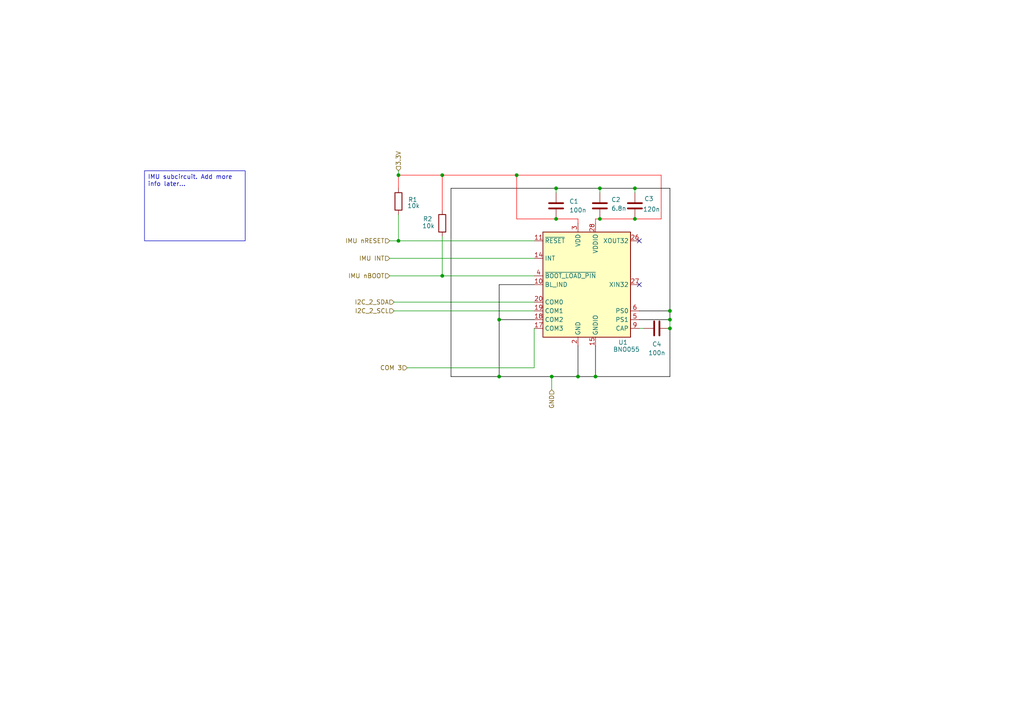
<source format=kicad_sch>
(kicad_sch (version 20231120) (generator "eeschema") (generator_version "8.0")
  (paper "A4")
  (lib_symbols
    (symbol "Device:C" (pin_numbers hide) (pin_names (offset 0.254))
      (property "Reference" "C" (at 0.635 2.54 0))
      (property "Value" "C" (at 0.635 -2.54 0))
      (symbol "C_0_1"
        (polyline (pts (xy -2.032 -0.762) (xy 2.032 -0.762)) (stroke (width 0.508)))
        (polyline (pts (xy -2.032 0.762) (xy 2.032 0.762)) (stroke (width 0.508)))
      )
      (symbol "C_1_1"
        (pin passive line (at 0 3.81 270) (length 2.794) (name "~") (number "1"))
        (pin passive line (at 0 -3.81 90) (length 2.794) (name "~") (number "2"))
      )
    )
    (symbol "Device:R" (pin_numbers hide) (pin_names (offset 0))
      (property "Reference" "R" (at 2.032 0 90))
      (property "Value" "R" (at 0 0 90))
      (symbol "R_0_1"
        (rectangle (start -1.016 -2.54) (end 1.016 2.54) (stroke (width 0.254)))
      )
      (symbol "R_1_1"
        (pin passive line (at 0 3.81 270) (length 1.27) (name "~") (number "1"))
        (pin passive line (at 0 -3.81 90) (length 1.27) (name "~") (number "2"))
      )
    )
    (symbol "Sensor_Motion:BNO055"
      (property "Reference" "U1" (at 9.144 -16.764 0))
      (property "Value" "BNO055" (at 7.62 -18.796 0))
      (symbol "BNO055_0_1"
        (rectangle (start -12.7 15.24) (end 12.7 -15.24) (stroke (width 0.254)) (fill (type background)))
      )
      (symbol "BNO055_1_1"
        (pin no_connect line (at -12.7 10.16 0) (length 2.54) hide (name "PIN1") (number "1"))
        (pin passive line (at -15.24 0 0) (length 2.54) (name "BL_IND") (number "10"))
        (pin input line (at -15.24 12.7 0) (length 2.54) (name "~{RESET}") (number "11"))
        (pin no_connect line (at 12.7 10.16 180) (length 2.54) hide (name "PIN12") (number "12"))
        (pin no_connect line (at 12.7 7.62 180) (length 2.54) hide (name "PIN13") (number "13"))
        (pin output line (at -15.24 7.62 0) (length 2.54) (name "INT") (number "14"))
        (pin power_in line (at 2.54 -17.78 90) (length 2.54) (name "GNDIO") (number "15"))
        (pin passive line (at 2.54 -17.78 90) (length 2.54) hide (name "GNDIO") (number "16"))
        (pin input line (at -15.24 -12.7 0) (length 2.54) (name "COM3") (number "17"))
        (pin passive line (at -15.24 -10.16 0) (length 2.54) (name "COM2") (number "18"))
        (pin bidirectional line (at -15.24 -7.62 0) (length 2.54) (name "COM1") (number "19"))
        (pin power_in line (at -2.54 -17.78 90) (length 2.54) (name "GND") (number "2"))
        (pin bidirectional line (at -15.24 -5.08 0) (length 2.54) (name "COM0") (number "20"))
        (pin no_connect line (at 12.7 5.08 180) (length 2.54) hide (name "PIN21") (number "21"))
        (pin no_connect line (at 12.7 2.54 180) (length 2.54) hide (name "PIN22") (number "22"))
        (pin no_connect line (at 12.7 -2.54 180) (length 2.54) hide (name "PIN23") (number "23"))
        (pin no_connect line (at 12.7 -5.08 180) (length 2.54) hide (name "PIN24") (number "24"))
        (pin passive line (at 2.54 -17.78 90) (length 2.54) hide (name "GNDIO") (number "25"))
        (pin output line (at 15.24 12.7 180) (length 2.54) (name "XOUT32") (number "26"))
        (pin input line (at 15.24 0 180) (length 2.54) (name "XIN32") (number "27"))
        (pin power_in line (at 2.54 17.78 270) (length 2.54) (name "VDDIO") (number "28"))
        (pin power_in line (at -2.54 17.78 270) (length 2.54) (name "VDD") (number "3"))
        (pin input line (at -15.24 2.54 0) (length 2.54) (name "~{BOOT_LOAD_PIN}") (number "4"))
        (pin input line (at 15.24 -10.16 180) (length 2.54) (name "PS1") (number "5"))
        (pin input line (at 15.24 -7.62 180) (length 2.54) (name "PS0") (number "6"))
        (pin no_connect line (at -12.7 5.08 0) (length 2.54) hide (name "PIN7") (number "7"))
        (pin no_connect line (at -12.7 -2.54 0) (length 2.54) hide (name "PIN8") (number "8"))
        (pin passive line (at 15.24 -12.7 180) (length 2.54) (name "CAP") (number "9"))
      )
    )
  )
  (junction (at 144.78 109.22))
  (junction (at 144.78 92.71))
  (junction (at 173.99 54.61))
  (junction (at 194.31 90.17))
  (junction (at 128.27 80.01))
  (junction (at 194.31 95.25))
  (junction (at 149.86 50.8))
  (junction (at 172.72 109.22))
  (junction (at 161.29 54.61))
  (junction (at 115.57 69.85))
  (junction (at 160.02 109.22))
  (junction (at 161.29 63.5))
  (junction (at 194.31 92.71))
  (junction (at 115.57 50.8))
  (junction (at 184.15 63.5))
  (junction (at 184.15 54.61))
  (junction (at 128.27 50.8))
  (junction (at 173.99 63.5))
  (junction (at 167.64 109.22))
  (no_connect (at 185.42 82.55))
  (no_connect (at 185.42 69.85))
  (wire (pts (xy 167.64 63.5) (xy 167.64 64.77)) (stroke (width 0) (color 255 0 0 1)))
  (wire (pts (xy 114.3 90.17) (xy 154.94 90.17)))
  (wire (pts (xy 185.42 92.71) (xy 194.31 92.71)) (stroke (width 0) (color 0 0 0 1)))
  (wire (pts (xy 144.78 92.71) (xy 154.94 92.71)) (stroke (width 0) (color 0 0 0 1)))
  (wire (pts (xy 115.57 69.85) (xy 154.94 69.85)))
  (wire (pts (xy 154.94 95.25) (xy 154.94 106.68)))
  (wire (pts (xy 115.57 62.23) (xy 115.57 69.85)))
  (wire (pts (xy 185.42 90.17) (xy 194.31 90.17)) (stroke (width 0) (color 0 0 0 1)))
  (wire (pts (xy 115.57 49.53) (xy 115.57 50.8)))
  (wire (pts (xy 113.03 69.85) (xy 115.57 69.85)))
  (wire (pts (xy 128.27 80.01) (xy 128.27 68.58)))
  (wire (pts (xy 167.64 63.5) (xy 161.29 63.5)) (stroke (width 0) (color 255 0 0 1)))
  (wire (pts (xy 184.15 54.61) (xy 194.31 54.61)) (stroke (width 0) (color 0 0 0 1)))
  (wire (pts (xy 130.81 109.22) (xy 144.78 109.22)) (stroke (width 0) (color 0 0 0 1)))
  (wire (pts (xy 144.78 109.22) (xy 160.02 109.22)) (stroke (width 0) (color 0 0 0 1)))
  (wire (pts (xy 115.57 50.8) (xy 115.57 54.61)) (stroke (width 0) (color 255 0 0 1)))
  (wire (pts (xy 173.99 54.61) (xy 184.15 54.61)) (stroke (width 0) (color 0 0 0 1)))
  (wire (pts (xy 130.81 54.61) (xy 130.81 109.22)) (stroke (width 0) (color 0 0 0 1)))
  (wire (pts (xy 128.27 50.8) (xy 149.86 50.8)) (stroke (width 0) (color 255 0 0 1)))
  (wire (pts (xy 172.72 100.33) (xy 172.72 109.22)) (stroke (width 0) (color 0 0 0 1)))
  (wire (pts (xy 160.02 109.22) (xy 160.02 113.03)))
  (wire (pts (xy 191.77 50.8) (xy 191.77 63.5)) (stroke (width 0) (color 255 0 0 1)))
  (wire (pts (xy 172.72 63.5) (xy 173.99 63.5)) (stroke (width 0) (color 255 0 0 1)))
  (wire (pts (xy 194.31 95.25) (xy 194.31 109.22)) (stroke (width 0) (color 0 0 0 1)))
  (wire (pts (xy 149.86 50.8) (xy 191.77 50.8)) (stroke (width 0) (color 255 0 0 1)))
  (wire (pts (xy 154.94 80.01) (xy 128.27 80.01)))
  (wire (pts (xy 114.3 87.63) (xy 154.94 87.63)))
  (wire (pts (xy 194.31 90.17) (xy 194.31 92.71)) (stroke (width 0) (color 0 0 0 1)))
  (wire (pts (xy 128.27 60.96) (xy 128.27 50.8)) (stroke (width 0) (color 255 0 0 1)))
  (wire (pts (xy 113.03 74.93) (xy 154.94 74.93)))
  (wire (pts (xy 144.78 109.22) (xy 144.78 92.71)) (stroke (width 0) (color 0 0 0 1)))
  (wire (pts (xy 130.81 54.61) (xy 161.29 54.61)) (stroke (width 0) (color 0 0 0 1)))
  (wire (pts (xy 167.64 109.22) (xy 172.72 109.22)) (stroke (width 0) (color 0 0 0 1)))
  (wire (pts (xy 144.78 82.55) (xy 154.94 82.55)) (stroke (width 0) (color 0 0 0 1)))
  (wire (pts (xy 167.64 100.33) (xy 167.64 109.22)) (stroke (width 0) (color 0 0 0 1)))
  (wire (pts (xy 194.31 54.61) (xy 194.31 90.17)) (stroke (width 0) (color 0 0 0 1)))
  (wire (pts (xy 184.15 55.88) (xy 184.15 54.61)))
  (wire (pts (xy 118.11 106.68) (xy 154.94 106.68)))
  (wire (pts (xy 185.42 95.25) (xy 186.69 95.25)))
  (wire (pts (xy 113.03 80.01) (xy 128.27 80.01)))
  (wire (pts (xy 172.72 109.22) (xy 194.31 109.22)) (stroke (width 0) (color 0 0 0 1)))
  (wire (pts (xy 184.15 63.5) (xy 191.77 63.5)) (stroke (width 0) (color 255 0 0 1)))
  (wire (pts (xy 173.99 54.61) (xy 173.99 55.88)))
  (wire (pts (xy 161.29 54.61) (xy 161.29 55.88)))
  (wire (pts (xy 161.29 54.61) (xy 173.99 54.61)) (stroke (width 0) (color 0 0 0 1)))
  (wire (pts (xy 173.99 63.5) (xy 184.15 63.5)) (stroke (width 0) (color 255 0 0 1)))
  (wire (pts (xy 194.31 92.71) (xy 194.31 95.25)))
  (wire (pts (xy 161.29 63.5) (xy 149.86 63.5)) (stroke (width 0) (color 255 0 0 1)))
  (wire (pts (xy 160.02 109.22) (xy 167.64 109.22)) (stroke (width 0) (color 0 0 0 1)))
  (wire (pts (xy 149.86 63.5) (xy 149.86 50.8)) (stroke (width 0) (color 255 0 0 1)))
  (wire (pts (xy 172.72 64.77) (xy 172.72 63.5)) (stroke (width 0) (color 255 0 0 1)))
  (wire (pts (xy 115.57 50.8) (xy 128.27 50.8)) (stroke (width 0) (color 255 0 0 1)))
  (wire (pts (xy 144.78 92.71) (xy 144.78 82.55)) (stroke (width 0) (color 0 0 0 1)))
  (text_box "IMU subcircuit. Add more info later...\n" (at 41.91 49.53 0) (size 29.21 20.32) (effects (font (size 1.27 1.27)) (justify left top)))
  (hierarchical_label "I2C_2_SCL" (shape input) (at 114.3 90.17 180))
  (hierarchical_label "COM 3" (shape input) (at 118.11 106.68 180))
  (hierarchical_label "3.3V" (shape input) (at 115.57 49.53 90))
  (hierarchical_label "GND" (shape input) (at 160.02 113.03 270))
  (hierarchical_label "IMU nBOOT" (shape input) (at 113.03 80.01 180))
  (hierarchical_label "I2C_2_SDA" (shape input) (at 114.3 87.63 180))
  (hierarchical_label "IMU INT" (shape input) (at 113.03 74.93 180))
  (hierarchical_label "IMU nRESET" (shape input) (at 113.03 69.85 180))
  (symbol (lib_id "Device:C") (at 190.5 95.25 90) (unit 1)
    (property "Reference" "C4" (at 190.5 99.822 90))
    (property "Value" "100n" (at 190.5 102.362 90))
    (property "Footprint" "Capacitor_SMD:C_1206_3216Metric" (effects (hide yes)))
    (property "Description" "Unpolarized capacitor" (effects (hide yes)))
  )
  (symbol (lib_id "Sensor_Motion:BNO055") (at 170.18 82.55 0) (unit 1)
    (property "Reference" "U1" (at 179.324 99.314 0) (effects (justify left)))
    (property "Value" "BNO055" (at 177.8 101.346 0) (effects (justify left)))
    (property "Footprint" "Package_LGA:LGA-28_5.2x3.8mm_P0.5mm" (effects (hide yes)))
    (property "Datasheet" "https://www.bosch-sensortec.com/media/boschsensortec/downloads/datasheets/bst-bno055-ds000.pdf" (effects (hide yes)))
    (property "Description" "Intelligent 9-axis absolute orientation sensor, LGA-28" (effects (hide yes)))
  )
  (symbol (lib_id "Device:C") (at 161.29 59.69 0) (unit 1)
    (property "Reference" "C1" (at 165.1 58.4199 0) (effects (justify left)))
    (property "Value" "100n" (at 165.1 60.9599 0) (effects (justify left)))
    (property "Footprint" "Capacitor_SMD:C_1206_3216Metric" (effects (hide yes)))
    (property "Description" "Unpolarized capacitor" (effects (hide yes)))
  )
  (symbol (lib_id "Device:R") (at 115.57 58.42 0) (unit 1)
    (property "Reference" "R1" (at 118.364 57.912 0) (effects (justify left)))
    (property "Value" "10k" (at 118.11 59.6899 0) (effects (justify left)))
    (property "Footprint" "Resistor_SMD:R_1206_3216Metric" (effects (hide yes)))
    (property "Description" "Resistor" (effects (hide yes)))
  )
  (symbol (lib_id "Device:R") (at 128.27 64.77 0) (unit 1)
    (property "Reference" "R2" (at 122.682 63.5 0) (effects (justify left)))
    (property "Value" "10k" (at 122.428 65.532 0) (effects (justify left)))
    (property "Footprint" "Resistor_SMD:R_1206_3216Metric" (effects (hide yes)))
    (property "Description" "Resistor" (effects (hide yes)))
  )
  (symbol (lib_id "Device:C") (at 173.99 59.69 0) (unit 1)
    (property "Reference" "C2" (at 177.292 57.912 0) (effects (justify left)))
    (property "Value" "6.8n" (at 177.292 60.452 0) (effects (justify left)))
    (property "Footprint" "Capacitor_SMD:C_1206_3216Metric" (effects (hide yes)))
    (property "Description" "Unpolarized capacitor" (effects (hide yes)))
  )
  (symbol (lib_id "Device:C") (at 184.15 59.69 0) (unit 1)
    (property "Reference" "C3" (at 188.214 57.658 0))
    (property "Value" "120n" (at 188.976 60.706 0))
    (property "Footprint" "Capacitor_SMD:C_1206_3216Metric" (effects (hide yes)))
    (property "Description" "Unpolarized capacitor" (effects (hide yes)))
  )
)
</source>
